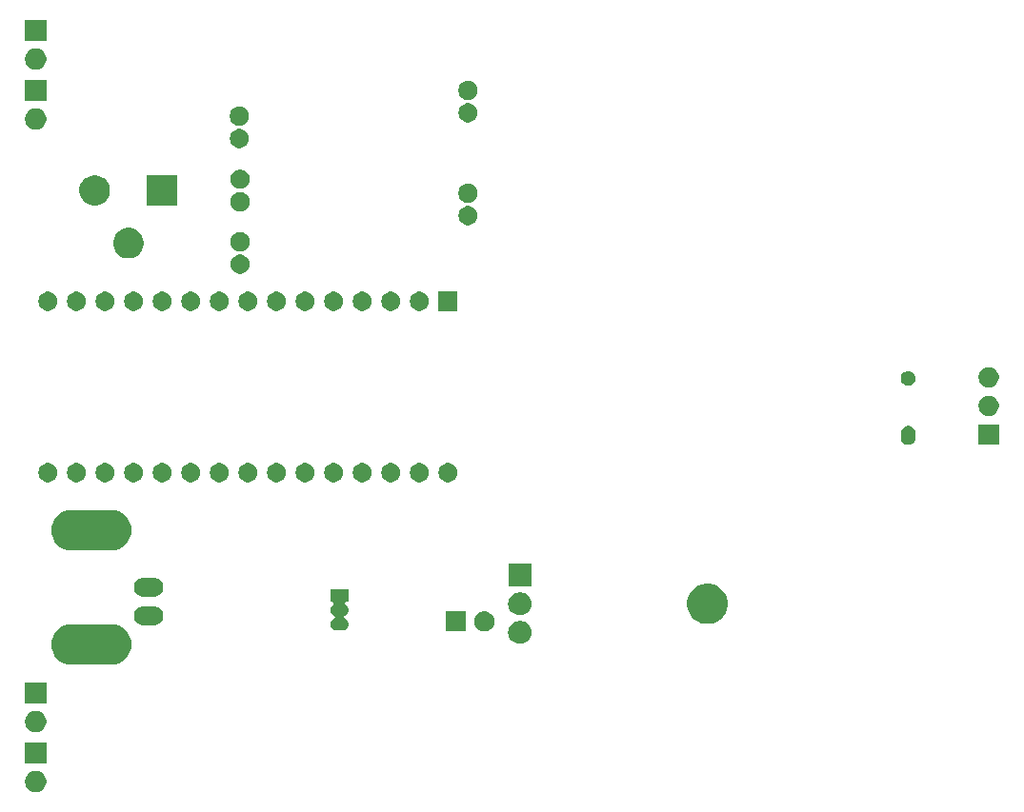
<source format=gbr>
G04 #@! TF.GenerationSoftware,KiCad,Pcbnew,(5.1.5)-3*
G04 #@! TF.CreationDate,2021-02-03T08:35:31+01:00*
G04 #@! TF.ProjectId,OpenSPAD,4f70656e-5350-4414-942e-6b696361645f,rev?*
G04 #@! TF.SameCoordinates,Original*
G04 #@! TF.FileFunction,Soldermask,Bot*
G04 #@! TF.FilePolarity,Negative*
%FSLAX46Y46*%
G04 Gerber Fmt 4.6, Leading zero omitted, Abs format (unit mm)*
G04 Created by KiCad (PCBNEW (5.1.5)-3) date 2021-02-03 08:35:31*
%MOMM*%
%LPD*%
G04 APERTURE LIST*
%ADD10C,0.100000*%
G04 APERTURE END LIST*
D10*
G36*
X107646395Y-141355546D02*
G01*
X107819466Y-141427234D01*
X107819467Y-141427235D01*
X107975227Y-141531310D01*
X108107690Y-141663773D01*
X108107691Y-141663775D01*
X108211766Y-141819534D01*
X108283454Y-141992605D01*
X108320000Y-142176333D01*
X108320000Y-142363667D01*
X108283454Y-142547395D01*
X108211766Y-142720466D01*
X108211765Y-142720467D01*
X108107690Y-142876227D01*
X107975227Y-143008690D01*
X107896818Y-143061081D01*
X107819466Y-143112766D01*
X107646395Y-143184454D01*
X107462667Y-143221000D01*
X107275333Y-143221000D01*
X107091605Y-143184454D01*
X106918534Y-143112766D01*
X106841182Y-143061081D01*
X106762773Y-143008690D01*
X106630310Y-142876227D01*
X106526235Y-142720467D01*
X106526234Y-142720466D01*
X106454546Y-142547395D01*
X106418000Y-142363667D01*
X106418000Y-142176333D01*
X106454546Y-141992605D01*
X106526234Y-141819534D01*
X106630309Y-141663775D01*
X106630310Y-141663773D01*
X106762773Y-141531310D01*
X106918533Y-141427235D01*
X106918534Y-141427234D01*
X107091605Y-141355546D01*
X107275333Y-141319000D01*
X107462667Y-141319000D01*
X107646395Y-141355546D01*
G37*
G36*
X108320000Y-140681000D02*
G01*
X106418000Y-140681000D01*
X106418000Y-138779000D01*
X108320000Y-138779000D01*
X108320000Y-140681000D01*
G37*
G36*
X107646395Y-136021546D02*
G01*
X107819466Y-136093234D01*
X107819467Y-136093235D01*
X107975227Y-136197310D01*
X108107690Y-136329773D01*
X108107691Y-136329775D01*
X108211766Y-136485534D01*
X108283454Y-136658605D01*
X108320000Y-136842333D01*
X108320000Y-137029667D01*
X108283454Y-137213395D01*
X108211766Y-137386466D01*
X108211765Y-137386467D01*
X108107690Y-137542227D01*
X107975227Y-137674690D01*
X107896818Y-137727081D01*
X107819466Y-137778766D01*
X107646395Y-137850454D01*
X107462667Y-137887000D01*
X107275333Y-137887000D01*
X107091605Y-137850454D01*
X106918534Y-137778766D01*
X106841182Y-137727081D01*
X106762773Y-137674690D01*
X106630310Y-137542227D01*
X106526235Y-137386467D01*
X106526234Y-137386466D01*
X106454546Y-137213395D01*
X106418000Y-137029667D01*
X106418000Y-136842333D01*
X106454546Y-136658605D01*
X106526234Y-136485534D01*
X106630309Y-136329775D01*
X106630310Y-136329773D01*
X106762773Y-136197310D01*
X106918533Y-136093235D01*
X106918534Y-136093234D01*
X107091605Y-136021546D01*
X107275333Y-135985000D01*
X107462667Y-135985000D01*
X107646395Y-136021546D01*
G37*
G36*
X108320000Y-135347000D02*
G01*
X106418000Y-135347000D01*
X106418000Y-133445000D01*
X108320000Y-133445000D01*
X108320000Y-135347000D01*
G37*
G36*
X114248669Y-128285686D02*
G01*
X114425058Y-128303059D01*
X114764548Y-128406042D01*
X114764550Y-128406043D01*
X115077422Y-128573277D01*
X115351661Y-128798339D01*
X115576723Y-129072578D01*
X115743957Y-129385450D01*
X115743958Y-129385452D01*
X115846941Y-129724942D01*
X115881714Y-130078000D01*
X115846941Y-130431058D01*
X115743958Y-130770548D01*
X115743957Y-130770550D01*
X115576723Y-131083422D01*
X115351661Y-131357661D01*
X115077422Y-131582723D01*
X114764550Y-131749957D01*
X114764548Y-131749958D01*
X114425058Y-131852941D01*
X114248669Y-131870314D01*
X114160476Y-131879000D01*
X110483524Y-131879000D01*
X110395331Y-131870314D01*
X110218942Y-131852941D01*
X109879452Y-131749958D01*
X109879450Y-131749957D01*
X109566578Y-131582723D01*
X109292339Y-131357661D01*
X109067277Y-131083422D01*
X108900043Y-130770550D01*
X108900042Y-130770548D01*
X108797059Y-130431058D01*
X108762286Y-130078000D01*
X108797059Y-129724942D01*
X108900042Y-129385452D01*
X108900043Y-129385450D01*
X109067277Y-129072578D01*
X109292339Y-128798339D01*
X109566578Y-128573277D01*
X109879450Y-128406043D01*
X109879452Y-128406042D01*
X110218942Y-128303059D01*
X110395331Y-128285686D01*
X110483524Y-128277000D01*
X114160476Y-128277000D01*
X114248669Y-128285686D01*
G37*
G36*
X150567936Y-128009340D02*
G01*
X150666220Y-128019020D01*
X150855381Y-128076401D01*
X151029712Y-128169583D01*
X151182515Y-128294985D01*
X151307917Y-128447788D01*
X151401099Y-128622119D01*
X151458480Y-128811280D01*
X151477855Y-129008000D01*
X151458480Y-129204720D01*
X151401099Y-129393881D01*
X151307917Y-129568212D01*
X151182515Y-129721015D01*
X151029712Y-129846417D01*
X150855381Y-129939599D01*
X150666220Y-129996980D01*
X150567936Y-130006660D01*
X150518795Y-130011500D01*
X150325205Y-130011500D01*
X150276064Y-130006660D01*
X150177780Y-129996980D01*
X149988619Y-129939599D01*
X149814288Y-129846417D01*
X149661485Y-129721015D01*
X149536083Y-129568212D01*
X149442901Y-129393881D01*
X149385520Y-129204720D01*
X149366145Y-129008000D01*
X149385520Y-128811280D01*
X149442901Y-128622119D01*
X149536083Y-128447788D01*
X149661485Y-128294985D01*
X149814288Y-128169583D01*
X149988619Y-128076401D01*
X150177780Y-128019020D01*
X150276064Y-128009340D01*
X150325205Y-128004500D01*
X150518795Y-128004500D01*
X150567936Y-128009340D01*
G37*
G36*
X145608000Y-128947000D02*
G01*
X143806000Y-128947000D01*
X143806000Y-127145000D01*
X145608000Y-127145000D01*
X145608000Y-128947000D01*
G37*
G36*
X147360512Y-127149927D02*
G01*
X147509812Y-127179624D01*
X147673784Y-127247544D01*
X147821354Y-127346147D01*
X147946853Y-127471646D01*
X148045456Y-127619216D01*
X148113376Y-127783188D01*
X148143073Y-127932488D01*
X148146247Y-127948443D01*
X148148000Y-127957259D01*
X148148000Y-128134741D01*
X148113376Y-128308812D01*
X148045456Y-128472784D01*
X147946853Y-128620354D01*
X147821354Y-128745853D01*
X147673784Y-128844456D01*
X147509812Y-128912376D01*
X147360512Y-128942073D01*
X147335742Y-128947000D01*
X147158258Y-128947000D01*
X147133488Y-128942073D01*
X146984188Y-128912376D01*
X146820216Y-128844456D01*
X146672646Y-128745853D01*
X146547147Y-128620354D01*
X146448544Y-128472784D01*
X146380624Y-128308812D01*
X146346000Y-128134741D01*
X146346000Y-127957259D01*
X146347754Y-127948443D01*
X146350927Y-127932488D01*
X146380624Y-127783188D01*
X146448544Y-127619216D01*
X146547147Y-127471646D01*
X146672646Y-127346147D01*
X146820216Y-127247544D01*
X146984188Y-127179624D01*
X147133488Y-127149927D01*
X147158258Y-127145000D01*
X147335742Y-127145000D01*
X147360512Y-127149927D01*
G37*
G36*
X135167000Y-126306000D02*
G01*
X135002660Y-126306000D01*
X134978274Y-126308402D01*
X134954825Y-126315515D01*
X134933214Y-126327066D01*
X134914272Y-126342611D01*
X134898727Y-126361553D01*
X134887176Y-126383164D01*
X134880063Y-126406613D01*
X134877661Y-126430999D01*
X134880063Y-126455385D01*
X134887176Y-126478834D01*
X134898727Y-126500445D01*
X134914272Y-126519387D01*
X134923345Y-126527609D01*
X135000264Y-126590736D01*
X135072244Y-126678443D01*
X135106429Y-126742399D01*
X135125728Y-126778505D01*
X135125729Y-126778508D01*
X135158666Y-126887084D01*
X135169787Y-127000000D01*
X135158666Y-127112916D01*
X135128985Y-127210758D01*
X135125728Y-127221495D01*
X135111804Y-127247544D01*
X135072244Y-127321557D01*
X135000264Y-127409264D01*
X134912557Y-127481244D01*
X134831141Y-127524761D01*
X134810766Y-127538375D01*
X134793439Y-127555702D01*
X134779826Y-127576076D01*
X134770448Y-127598715D01*
X134765668Y-127622748D01*
X134765668Y-127647252D01*
X134770448Y-127671285D01*
X134779826Y-127693924D01*
X134793440Y-127714299D01*
X134810767Y-127731626D01*
X134831141Y-127745239D01*
X134912557Y-127788756D01*
X135000264Y-127860736D01*
X135072244Y-127948443D01*
X135106429Y-128012399D01*
X135125728Y-128048505D01*
X135125729Y-128048508D01*
X135158666Y-128157084D01*
X135169787Y-128270000D01*
X135158666Y-128382916D01*
X135131404Y-128472784D01*
X135125728Y-128491495D01*
X135106429Y-128527601D01*
X135072244Y-128591557D01*
X135000264Y-128679264D01*
X134912557Y-128751244D01*
X134848601Y-128785429D01*
X134812495Y-128804728D01*
X134812492Y-128804729D01*
X134703916Y-128837666D01*
X134619298Y-128846000D01*
X134112702Y-128846000D01*
X134028084Y-128837666D01*
X133919508Y-128804729D01*
X133919505Y-128804728D01*
X133883399Y-128785429D01*
X133819443Y-128751244D01*
X133731736Y-128679264D01*
X133659756Y-128591557D01*
X133625571Y-128527601D01*
X133606272Y-128491495D01*
X133600596Y-128472784D01*
X133573334Y-128382916D01*
X133562213Y-128270000D01*
X133573334Y-128157084D01*
X133606271Y-128048508D01*
X133606272Y-128048505D01*
X133625571Y-128012399D01*
X133659756Y-127948443D01*
X133731736Y-127860736D01*
X133819443Y-127788756D01*
X133900859Y-127745239D01*
X133921234Y-127731625D01*
X133938561Y-127714298D01*
X133952174Y-127693924D01*
X133961552Y-127671285D01*
X133966332Y-127647252D01*
X133966332Y-127622748D01*
X133961552Y-127598715D01*
X133952174Y-127576076D01*
X133938560Y-127555701D01*
X133921233Y-127538374D01*
X133900859Y-127524761D01*
X133819443Y-127481244D01*
X133731736Y-127409264D01*
X133659756Y-127321557D01*
X133620196Y-127247544D01*
X133606272Y-127221495D01*
X133603015Y-127210758D01*
X133573334Y-127112916D01*
X133562213Y-127000000D01*
X133573334Y-126887084D01*
X133606271Y-126778508D01*
X133606272Y-126778505D01*
X133625571Y-126742399D01*
X133659756Y-126678443D01*
X133731736Y-126590736D01*
X133808646Y-126527617D01*
X133825965Y-126510298D01*
X133839579Y-126489923D01*
X133848957Y-126467284D01*
X133853737Y-126443251D01*
X133853737Y-126418747D01*
X133848957Y-126394714D01*
X133839579Y-126372075D01*
X133825966Y-126351701D01*
X133808639Y-126334374D01*
X133788264Y-126320760D01*
X133765625Y-126311382D01*
X133741592Y-126306602D01*
X133729340Y-126306000D01*
X133565000Y-126306000D01*
X133565000Y-125154000D01*
X135167000Y-125154000D01*
X135167000Y-126306000D01*
G37*
G36*
X118018823Y-126699313D02*
G01*
X118179242Y-126747976D01*
X118236363Y-126778508D01*
X118327078Y-126826996D01*
X118456659Y-126933341D01*
X118563004Y-127062922D01*
X118563005Y-127062924D01*
X118642024Y-127210758D01*
X118690687Y-127371177D01*
X118707117Y-127538000D01*
X118690687Y-127704823D01*
X118642024Y-127865242D01*
X118597552Y-127948443D01*
X118563004Y-128013078D01*
X118456659Y-128142659D01*
X118327078Y-128249004D01*
X118327076Y-128249005D01*
X118179242Y-128328024D01*
X118018823Y-128376687D01*
X117893804Y-128389000D01*
X116910196Y-128389000D01*
X116785177Y-128376687D01*
X116624758Y-128328024D01*
X116476924Y-128249005D01*
X116476922Y-128249004D01*
X116347341Y-128142659D01*
X116240996Y-128013078D01*
X116206448Y-127948443D01*
X116161976Y-127865242D01*
X116113313Y-127704823D01*
X116096883Y-127538000D01*
X116113313Y-127371177D01*
X116161976Y-127210758D01*
X116240995Y-127062924D01*
X116240996Y-127062922D01*
X116347341Y-126933341D01*
X116476922Y-126826996D01*
X116567637Y-126778508D01*
X116624758Y-126747976D01*
X116785177Y-126699313D01*
X116910196Y-126687000D01*
X117893804Y-126687000D01*
X118018823Y-126699313D01*
G37*
G36*
X167607331Y-124736211D02*
G01*
X167935092Y-124871974D01*
X168230070Y-125069072D01*
X168480928Y-125319930D01*
X168678026Y-125614908D01*
X168813789Y-125942669D01*
X168883000Y-126290616D01*
X168883000Y-126645384D01*
X168813789Y-126993331D01*
X168678026Y-127321092D01*
X168480928Y-127616070D01*
X168230070Y-127866928D01*
X167935092Y-128064026D01*
X167607331Y-128199789D01*
X167259384Y-128269000D01*
X166904616Y-128269000D01*
X166556669Y-128199789D01*
X166228908Y-128064026D01*
X165933930Y-127866928D01*
X165683072Y-127616070D01*
X165485974Y-127321092D01*
X165350211Y-126993331D01*
X165281000Y-126645384D01*
X165281000Y-126290616D01*
X165350211Y-125942669D01*
X165485974Y-125614908D01*
X165683072Y-125319930D01*
X165933930Y-125069072D01*
X166228908Y-124871974D01*
X166556669Y-124736211D01*
X166904616Y-124667000D01*
X167259384Y-124667000D01*
X167607331Y-124736211D01*
G37*
G36*
X150567936Y-125469340D02*
G01*
X150666220Y-125479020D01*
X150855381Y-125536401D01*
X151029712Y-125629583D01*
X151182515Y-125754985D01*
X151307917Y-125907788D01*
X151401099Y-126082119D01*
X151458480Y-126271280D01*
X151477855Y-126468000D01*
X151458480Y-126664720D01*
X151401099Y-126853881D01*
X151307917Y-127028212D01*
X151182515Y-127181015D01*
X151029712Y-127306417D01*
X150855381Y-127399599D01*
X150666220Y-127456980D01*
X150567936Y-127466660D01*
X150518795Y-127471500D01*
X150325205Y-127471500D01*
X150276064Y-127466660D01*
X150177780Y-127456980D01*
X149988619Y-127399599D01*
X149814288Y-127306417D01*
X149661485Y-127181015D01*
X149536083Y-127028212D01*
X149442901Y-126853881D01*
X149385520Y-126664720D01*
X149366145Y-126468000D01*
X149385520Y-126271280D01*
X149442901Y-126082119D01*
X149536083Y-125907788D01*
X149661485Y-125754985D01*
X149814288Y-125629583D01*
X149988619Y-125536401D01*
X150177780Y-125479020D01*
X150276064Y-125469340D01*
X150325205Y-125464500D01*
X150518795Y-125464500D01*
X150567936Y-125469340D01*
G37*
G36*
X118018823Y-124159313D02*
G01*
X118179242Y-124207976D01*
X118311906Y-124278886D01*
X118327078Y-124286996D01*
X118456659Y-124393341D01*
X118563004Y-124522922D01*
X118563005Y-124522924D01*
X118642024Y-124670758D01*
X118690687Y-124831177D01*
X118707117Y-124998000D01*
X118690687Y-125164823D01*
X118642024Y-125325242D01*
X118571114Y-125457906D01*
X118563004Y-125473078D01*
X118456659Y-125602659D01*
X118327078Y-125709004D01*
X118327076Y-125709005D01*
X118179242Y-125788024D01*
X118018823Y-125836687D01*
X117893804Y-125849000D01*
X116910196Y-125849000D01*
X116785177Y-125836687D01*
X116624758Y-125788024D01*
X116476924Y-125709005D01*
X116476922Y-125709004D01*
X116347341Y-125602659D01*
X116240996Y-125473078D01*
X116232886Y-125457906D01*
X116161976Y-125325242D01*
X116113313Y-125164823D01*
X116096883Y-124998000D01*
X116113313Y-124831177D01*
X116161976Y-124670758D01*
X116240995Y-124522924D01*
X116240996Y-124522922D01*
X116347341Y-124393341D01*
X116476922Y-124286996D01*
X116492094Y-124278886D01*
X116624758Y-124207976D01*
X116785177Y-124159313D01*
X116910196Y-124147000D01*
X117893804Y-124147000D01*
X118018823Y-124159313D01*
G37*
G36*
X151473000Y-124931500D02*
G01*
X149371000Y-124931500D01*
X149371000Y-122924500D01*
X151473000Y-122924500D01*
X151473000Y-124931500D01*
G37*
G36*
X114248669Y-118125686D02*
G01*
X114425058Y-118143059D01*
X114764548Y-118246042D01*
X114764550Y-118246043D01*
X115077422Y-118413277D01*
X115077424Y-118413278D01*
X115077423Y-118413278D01*
X115351661Y-118638339D01*
X115576722Y-118912577D01*
X115743958Y-119225452D01*
X115846941Y-119564942D01*
X115881714Y-119918000D01*
X115846941Y-120271058D01*
X115743958Y-120610548D01*
X115743957Y-120610550D01*
X115576723Y-120923422D01*
X115351661Y-121197661D01*
X115077422Y-121422723D01*
X114764550Y-121589957D01*
X114764548Y-121589958D01*
X114425058Y-121692941D01*
X114248669Y-121710314D01*
X114160476Y-121719000D01*
X110483524Y-121719000D01*
X110395331Y-121710314D01*
X110218942Y-121692941D01*
X109879452Y-121589958D01*
X109879450Y-121589957D01*
X109566578Y-121422723D01*
X109292339Y-121197661D01*
X109067277Y-120923422D01*
X108900043Y-120610550D01*
X108900042Y-120610548D01*
X108797059Y-120271058D01*
X108762286Y-119918000D01*
X108797059Y-119564942D01*
X108900042Y-119225452D01*
X109067278Y-118912577D01*
X109292339Y-118638339D01*
X109566577Y-118413278D01*
X109566576Y-118413278D01*
X109566578Y-118413277D01*
X109879450Y-118246043D01*
X109879452Y-118246042D01*
X110218942Y-118143059D01*
X110395331Y-118125686D01*
X110483524Y-118117000D01*
X114160476Y-118117000D01*
X114248669Y-118125686D01*
G37*
G36*
X111246228Y-113989703D02*
G01*
X111401100Y-114053853D01*
X111540481Y-114146985D01*
X111659015Y-114265519D01*
X111752147Y-114404900D01*
X111816297Y-114559772D01*
X111849000Y-114724184D01*
X111849000Y-114891816D01*
X111816297Y-115056228D01*
X111752147Y-115211100D01*
X111659015Y-115350481D01*
X111540481Y-115469015D01*
X111401100Y-115562147D01*
X111246228Y-115626297D01*
X111081816Y-115659000D01*
X110914184Y-115659000D01*
X110749772Y-115626297D01*
X110594900Y-115562147D01*
X110455519Y-115469015D01*
X110336985Y-115350481D01*
X110243853Y-115211100D01*
X110179703Y-115056228D01*
X110147000Y-114891816D01*
X110147000Y-114724184D01*
X110179703Y-114559772D01*
X110243853Y-114404900D01*
X110336985Y-114265519D01*
X110455519Y-114146985D01*
X110594900Y-114053853D01*
X110749772Y-113989703D01*
X110914184Y-113957000D01*
X111081816Y-113957000D01*
X111246228Y-113989703D01*
G37*
G36*
X113786228Y-113989703D02*
G01*
X113941100Y-114053853D01*
X114080481Y-114146985D01*
X114199015Y-114265519D01*
X114292147Y-114404900D01*
X114356297Y-114559772D01*
X114389000Y-114724184D01*
X114389000Y-114891816D01*
X114356297Y-115056228D01*
X114292147Y-115211100D01*
X114199015Y-115350481D01*
X114080481Y-115469015D01*
X113941100Y-115562147D01*
X113786228Y-115626297D01*
X113621816Y-115659000D01*
X113454184Y-115659000D01*
X113289772Y-115626297D01*
X113134900Y-115562147D01*
X112995519Y-115469015D01*
X112876985Y-115350481D01*
X112783853Y-115211100D01*
X112719703Y-115056228D01*
X112687000Y-114891816D01*
X112687000Y-114724184D01*
X112719703Y-114559772D01*
X112783853Y-114404900D01*
X112876985Y-114265519D01*
X112995519Y-114146985D01*
X113134900Y-114053853D01*
X113289772Y-113989703D01*
X113454184Y-113957000D01*
X113621816Y-113957000D01*
X113786228Y-113989703D01*
G37*
G36*
X118866228Y-113989703D02*
G01*
X119021100Y-114053853D01*
X119160481Y-114146985D01*
X119279015Y-114265519D01*
X119372147Y-114404900D01*
X119436297Y-114559772D01*
X119469000Y-114724184D01*
X119469000Y-114891816D01*
X119436297Y-115056228D01*
X119372147Y-115211100D01*
X119279015Y-115350481D01*
X119160481Y-115469015D01*
X119021100Y-115562147D01*
X118866228Y-115626297D01*
X118701816Y-115659000D01*
X118534184Y-115659000D01*
X118369772Y-115626297D01*
X118214900Y-115562147D01*
X118075519Y-115469015D01*
X117956985Y-115350481D01*
X117863853Y-115211100D01*
X117799703Y-115056228D01*
X117767000Y-114891816D01*
X117767000Y-114724184D01*
X117799703Y-114559772D01*
X117863853Y-114404900D01*
X117956985Y-114265519D01*
X118075519Y-114146985D01*
X118214900Y-114053853D01*
X118369772Y-113989703D01*
X118534184Y-113957000D01*
X118701816Y-113957000D01*
X118866228Y-113989703D01*
G37*
G36*
X141726228Y-113989703D02*
G01*
X141881100Y-114053853D01*
X142020481Y-114146985D01*
X142139015Y-114265519D01*
X142232147Y-114404900D01*
X142296297Y-114559772D01*
X142329000Y-114724184D01*
X142329000Y-114891816D01*
X142296297Y-115056228D01*
X142232147Y-115211100D01*
X142139015Y-115350481D01*
X142020481Y-115469015D01*
X141881100Y-115562147D01*
X141726228Y-115626297D01*
X141561816Y-115659000D01*
X141394184Y-115659000D01*
X141229772Y-115626297D01*
X141074900Y-115562147D01*
X140935519Y-115469015D01*
X140816985Y-115350481D01*
X140723853Y-115211100D01*
X140659703Y-115056228D01*
X140627000Y-114891816D01*
X140627000Y-114724184D01*
X140659703Y-114559772D01*
X140723853Y-114404900D01*
X140816985Y-114265519D01*
X140935519Y-114146985D01*
X141074900Y-114053853D01*
X141229772Y-113989703D01*
X141394184Y-113957000D01*
X141561816Y-113957000D01*
X141726228Y-113989703D01*
G37*
G36*
X121406228Y-113989703D02*
G01*
X121561100Y-114053853D01*
X121700481Y-114146985D01*
X121819015Y-114265519D01*
X121912147Y-114404900D01*
X121976297Y-114559772D01*
X122009000Y-114724184D01*
X122009000Y-114891816D01*
X121976297Y-115056228D01*
X121912147Y-115211100D01*
X121819015Y-115350481D01*
X121700481Y-115469015D01*
X121561100Y-115562147D01*
X121406228Y-115626297D01*
X121241816Y-115659000D01*
X121074184Y-115659000D01*
X120909772Y-115626297D01*
X120754900Y-115562147D01*
X120615519Y-115469015D01*
X120496985Y-115350481D01*
X120403853Y-115211100D01*
X120339703Y-115056228D01*
X120307000Y-114891816D01*
X120307000Y-114724184D01*
X120339703Y-114559772D01*
X120403853Y-114404900D01*
X120496985Y-114265519D01*
X120615519Y-114146985D01*
X120754900Y-114053853D01*
X120909772Y-113989703D01*
X121074184Y-113957000D01*
X121241816Y-113957000D01*
X121406228Y-113989703D01*
G37*
G36*
X123946228Y-113989703D02*
G01*
X124101100Y-114053853D01*
X124240481Y-114146985D01*
X124359015Y-114265519D01*
X124452147Y-114404900D01*
X124516297Y-114559772D01*
X124549000Y-114724184D01*
X124549000Y-114891816D01*
X124516297Y-115056228D01*
X124452147Y-115211100D01*
X124359015Y-115350481D01*
X124240481Y-115469015D01*
X124101100Y-115562147D01*
X123946228Y-115626297D01*
X123781816Y-115659000D01*
X123614184Y-115659000D01*
X123449772Y-115626297D01*
X123294900Y-115562147D01*
X123155519Y-115469015D01*
X123036985Y-115350481D01*
X122943853Y-115211100D01*
X122879703Y-115056228D01*
X122847000Y-114891816D01*
X122847000Y-114724184D01*
X122879703Y-114559772D01*
X122943853Y-114404900D01*
X123036985Y-114265519D01*
X123155519Y-114146985D01*
X123294900Y-114053853D01*
X123449772Y-113989703D01*
X123614184Y-113957000D01*
X123781816Y-113957000D01*
X123946228Y-113989703D01*
G37*
G36*
X126486228Y-113989703D02*
G01*
X126641100Y-114053853D01*
X126780481Y-114146985D01*
X126899015Y-114265519D01*
X126992147Y-114404900D01*
X127056297Y-114559772D01*
X127089000Y-114724184D01*
X127089000Y-114891816D01*
X127056297Y-115056228D01*
X126992147Y-115211100D01*
X126899015Y-115350481D01*
X126780481Y-115469015D01*
X126641100Y-115562147D01*
X126486228Y-115626297D01*
X126321816Y-115659000D01*
X126154184Y-115659000D01*
X125989772Y-115626297D01*
X125834900Y-115562147D01*
X125695519Y-115469015D01*
X125576985Y-115350481D01*
X125483853Y-115211100D01*
X125419703Y-115056228D01*
X125387000Y-114891816D01*
X125387000Y-114724184D01*
X125419703Y-114559772D01*
X125483853Y-114404900D01*
X125576985Y-114265519D01*
X125695519Y-114146985D01*
X125834900Y-114053853D01*
X125989772Y-113989703D01*
X126154184Y-113957000D01*
X126321816Y-113957000D01*
X126486228Y-113989703D01*
G37*
G36*
X131566228Y-113989703D02*
G01*
X131721100Y-114053853D01*
X131860481Y-114146985D01*
X131979015Y-114265519D01*
X132072147Y-114404900D01*
X132136297Y-114559772D01*
X132169000Y-114724184D01*
X132169000Y-114891816D01*
X132136297Y-115056228D01*
X132072147Y-115211100D01*
X131979015Y-115350481D01*
X131860481Y-115469015D01*
X131721100Y-115562147D01*
X131566228Y-115626297D01*
X131401816Y-115659000D01*
X131234184Y-115659000D01*
X131069772Y-115626297D01*
X130914900Y-115562147D01*
X130775519Y-115469015D01*
X130656985Y-115350481D01*
X130563853Y-115211100D01*
X130499703Y-115056228D01*
X130467000Y-114891816D01*
X130467000Y-114724184D01*
X130499703Y-114559772D01*
X130563853Y-114404900D01*
X130656985Y-114265519D01*
X130775519Y-114146985D01*
X130914900Y-114053853D01*
X131069772Y-113989703D01*
X131234184Y-113957000D01*
X131401816Y-113957000D01*
X131566228Y-113989703D01*
G37*
G36*
X129026228Y-113989703D02*
G01*
X129181100Y-114053853D01*
X129320481Y-114146985D01*
X129439015Y-114265519D01*
X129532147Y-114404900D01*
X129596297Y-114559772D01*
X129629000Y-114724184D01*
X129629000Y-114891816D01*
X129596297Y-115056228D01*
X129532147Y-115211100D01*
X129439015Y-115350481D01*
X129320481Y-115469015D01*
X129181100Y-115562147D01*
X129026228Y-115626297D01*
X128861816Y-115659000D01*
X128694184Y-115659000D01*
X128529772Y-115626297D01*
X128374900Y-115562147D01*
X128235519Y-115469015D01*
X128116985Y-115350481D01*
X128023853Y-115211100D01*
X127959703Y-115056228D01*
X127927000Y-114891816D01*
X127927000Y-114724184D01*
X127959703Y-114559772D01*
X128023853Y-114404900D01*
X128116985Y-114265519D01*
X128235519Y-114146985D01*
X128374900Y-114053853D01*
X128529772Y-113989703D01*
X128694184Y-113957000D01*
X128861816Y-113957000D01*
X129026228Y-113989703D01*
G37*
G36*
X134106228Y-113989703D02*
G01*
X134261100Y-114053853D01*
X134400481Y-114146985D01*
X134519015Y-114265519D01*
X134612147Y-114404900D01*
X134676297Y-114559772D01*
X134709000Y-114724184D01*
X134709000Y-114891816D01*
X134676297Y-115056228D01*
X134612147Y-115211100D01*
X134519015Y-115350481D01*
X134400481Y-115469015D01*
X134261100Y-115562147D01*
X134106228Y-115626297D01*
X133941816Y-115659000D01*
X133774184Y-115659000D01*
X133609772Y-115626297D01*
X133454900Y-115562147D01*
X133315519Y-115469015D01*
X133196985Y-115350481D01*
X133103853Y-115211100D01*
X133039703Y-115056228D01*
X133007000Y-114891816D01*
X133007000Y-114724184D01*
X133039703Y-114559772D01*
X133103853Y-114404900D01*
X133196985Y-114265519D01*
X133315519Y-114146985D01*
X133454900Y-114053853D01*
X133609772Y-113989703D01*
X133774184Y-113957000D01*
X133941816Y-113957000D01*
X134106228Y-113989703D01*
G37*
G36*
X136646228Y-113989703D02*
G01*
X136801100Y-114053853D01*
X136940481Y-114146985D01*
X137059015Y-114265519D01*
X137152147Y-114404900D01*
X137216297Y-114559772D01*
X137249000Y-114724184D01*
X137249000Y-114891816D01*
X137216297Y-115056228D01*
X137152147Y-115211100D01*
X137059015Y-115350481D01*
X136940481Y-115469015D01*
X136801100Y-115562147D01*
X136646228Y-115626297D01*
X136481816Y-115659000D01*
X136314184Y-115659000D01*
X136149772Y-115626297D01*
X135994900Y-115562147D01*
X135855519Y-115469015D01*
X135736985Y-115350481D01*
X135643853Y-115211100D01*
X135579703Y-115056228D01*
X135547000Y-114891816D01*
X135547000Y-114724184D01*
X135579703Y-114559772D01*
X135643853Y-114404900D01*
X135736985Y-114265519D01*
X135855519Y-114146985D01*
X135994900Y-114053853D01*
X136149772Y-113989703D01*
X136314184Y-113957000D01*
X136481816Y-113957000D01*
X136646228Y-113989703D01*
G37*
G36*
X139186228Y-113989703D02*
G01*
X139341100Y-114053853D01*
X139480481Y-114146985D01*
X139599015Y-114265519D01*
X139692147Y-114404900D01*
X139756297Y-114559772D01*
X139789000Y-114724184D01*
X139789000Y-114891816D01*
X139756297Y-115056228D01*
X139692147Y-115211100D01*
X139599015Y-115350481D01*
X139480481Y-115469015D01*
X139341100Y-115562147D01*
X139186228Y-115626297D01*
X139021816Y-115659000D01*
X138854184Y-115659000D01*
X138689772Y-115626297D01*
X138534900Y-115562147D01*
X138395519Y-115469015D01*
X138276985Y-115350481D01*
X138183853Y-115211100D01*
X138119703Y-115056228D01*
X138087000Y-114891816D01*
X138087000Y-114724184D01*
X138119703Y-114559772D01*
X138183853Y-114404900D01*
X138276985Y-114265519D01*
X138395519Y-114146985D01*
X138534900Y-114053853D01*
X138689772Y-113989703D01*
X138854184Y-113957000D01*
X139021816Y-113957000D01*
X139186228Y-113989703D01*
G37*
G36*
X144266228Y-113989703D02*
G01*
X144421100Y-114053853D01*
X144560481Y-114146985D01*
X144679015Y-114265519D01*
X144772147Y-114404900D01*
X144836297Y-114559772D01*
X144869000Y-114724184D01*
X144869000Y-114891816D01*
X144836297Y-115056228D01*
X144772147Y-115211100D01*
X144679015Y-115350481D01*
X144560481Y-115469015D01*
X144421100Y-115562147D01*
X144266228Y-115626297D01*
X144101816Y-115659000D01*
X143934184Y-115659000D01*
X143769772Y-115626297D01*
X143614900Y-115562147D01*
X143475519Y-115469015D01*
X143356985Y-115350481D01*
X143263853Y-115211100D01*
X143199703Y-115056228D01*
X143167000Y-114891816D01*
X143167000Y-114724184D01*
X143199703Y-114559772D01*
X143263853Y-114404900D01*
X143356985Y-114265519D01*
X143475519Y-114146985D01*
X143614900Y-114053853D01*
X143769772Y-113989703D01*
X143934184Y-113957000D01*
X144101816Y-113957000D01*
X144266228Y-113989703D01*
G37*
G36*
X116326228Y-113989703D02*
G01*
X116481100Y-114053853D01*
X116620481Y-114146985D01*
X116739015Y-114265519D01*
X116832147Y-114404900D01*
X116896297Y-114559772D01*
X116929000Y-114724184D01*
X116929000Y-114891816D01*
X116896297Y-115056228D01*
X116832147Y-115211100D01*
X116739015Y-115350481D01*
X116620481Y-115469015D01*
X116481100Y-115562147D01*
X116326228Y-115626297D01*
X116161816Y-115659000D01*
X115994184Y-115659000D01*
X115829772Y-115626297D01*
X115674900Y-115562147D01*
X115535519Y-115469015D01*
X115416985Y-115350481D01*
X115323853Y-115211100D01*
X115259703Y-115056228D01*
X115227000Y-114891816D01*
X115227000Y-114724184D01*
X115259703Y-114559772D01*
X115323853Y-114404900D01*
X115416985Y-114265519D01*
X115535519Y-114146985D01*
X115674900Y-114053853D01*
X115829772Y-113989703D01*
X115994184Y-113957000D01*
X116161816Y-113957000D01*
X116326228Y-113989703D01*
G37*
G36*
X108706228Y-113989703D02*
G01*
X108861100Y-114053853D01*
X109000481Y-114146985D01*
X109119015Y-114265519D01*
X109212147Y-114404900D01*
X109276297Y-114559772D01*
X109309000Y-114724184D01*
X109309000Y-114891816D01*
X109276297Y-115056228D01*
X109212147Y-115211100D01*
X109119015Y-115350481D01*
X109000481Y-115469015D01*
X108861100Y-115562147D01*
X108706228Y-115626297D01*
X108541816Y-115659000D01*
X108374184Y-115659000D01*
X108209772Y-115626297D01*
X108054900Y-115562147D01*
X107915519Y-115469015D01*
X107796985Y-115350481D01*
X107703853Y-115211100D01*
X107639703Y-115056228D01*
X107607000Y-114891816D01*
X107607000Y-114724184D01*
X107639703Y-114559772D01*
X107703853Y-114404900D01*
X107796985Y-114265519D01*
X107915519Y-114146985D01*
X108054900Y-114053853D01*
X108209772Y-113989703D01*
X108374184Y-113957000D01*
X108541816Y-113957000D01*
X108706228Y-113989703D01*
G37*
G36*
X185041617Y-110651420D02*
G01*
X185132403Y-110678960D01*
X185164335Y-110688646D01*
X185277424Y-110749094D01*
X185376554Y-110830447D01*
X185457906Y-110929575D01*
X185518354Y-111042664D01*
X185528040Y-111074596D01*
X185555580Y-111165382D01*
X185565000Y-111261027D01*
X185565000Y-111724972D01*
X185555580Y-111820618D01*
X185528040Y-111911404D01*
X185518354Y-111943336D01*
X185457906Y-112056425D01*
X185376554Y-112155554D01*
X185277425Y-112236906D01*
X185164336Y-112297354D01*
X185132404Y-112307040D01*
X185041618Y-112334580D01*
X184914000Y-112347149D01*
X184786383Y-112334580D01*
X184695597Y-112307040D01*
X184663665Y-112297354D01*
X184550576Y-112236906D01*
X184451447Y-112155553D01*
X184370094Y-112056425D01*
X184309646Y-111943336D01*
X184299960Y-111911404D01*
X184272420Y-111820618D01*
X184263000Y-111724973D01*
X184263000Y-111261028D01*
X184272420Y-111165383D01*
X184309645Y-111042669D01*
X184309646Y-111042665D01*
X184370094Y-110929576D01*
X184451447Y-110830446D01*
X184550575Y-110749094D01*
X184663664Y-110688646D01*
X184695596Y-110678960D01*
X184786382Y-110651420D01*
X184914000Y-110638851D01*
X185041617Y-110651420D01*
G37*
G36*
X192979000Y-112310000D02*
G01*
X191177000Y-112310000D01*
X191177000Y-110508000D01*
X192979000Y-110508000D01*
X192979000Y-112310000D01*
G37*
G36*
X192191512Y-107972927D02*
G01*
X192340812Y-108002624D01*
X192504784Y-108070544D01*
X192652354Y-108169147D01*
X192777853Y-108294646D01*
X192876456Y-108442216D01*
X192944376Y-108606188D01*
X192979000Y-108780259D01*
X192979000Y-108957741D01*
X192944376Y-109131812D01*
X192876456Y-109295784D01*
X192777853Y-109443354D01*
X192652354Y-109568853D01*
X192504784Y-109667456D01*
X192340812Y-109735376D01*
X192191512Y-109765073D01*
X192166742Y-109770000D01*
X191989258Y-109770000D01*
X191964488Y-109765073D01*
X191815188Y-109735376D01*
X191651216Y-109667456D01*
X191503646Y-109568853D01*
X191378147Y-109443354D01*
X191279544Y-109295784D01*
X191211624Y-109131812D01*
X191177000Y-108957741D01*
X191177000Y-108780259D01*
X191211624Y-108606188D01*
X191279544Y-108442216D01*
X191378147Y-108294646D01*
X191503646Y-108169147D01*
X191651216Y-108070544D01*
X191815188Y-108002624D01*
X191964488Y-107972927D01*
X191989258Y-107968000D01*
X192166742Y-107968000D01*
X192191512Y-107972927D01*
G37*
G36*
X192191512Y-105432927D02*
G01*
X192340812Y-105462624D01*
X192504784Y-105530544D01*
X192652354Y-105629147D01*
X192777853Y-105754646D01*
X192876456Y-105902216D01*
X192944376Y-106066188D01*
X192979000Y-106240259D01*
X192979000Y-106417741D01*
X192944376Y-106591812D01*
X192876456Y-106755784D01*
X192777853Y-106903354D01*
X192652354Y-107028853D01*
X192504784Y-107127456D01*
X192340812Y-107195376D01*
X192191512Y-107225073D01*
X192166742Y-107230000D01*
X191989258Y-107230000D01*
X191964488Y-107225073D01*
X191815188Y-107195376D01*
X191651216Y-107127456D01*
X191503646Y-107028853D01*
X191378147Y-106903354D01*
X191279544Y-106755784D01*
X191211624Y-106591812D01*
X191177000Y-106417741D01*
X191177000Y-106240259D01*
X191211624Y-106066188D01*
X191279544Y-105902216D01*
X191378147Y-105754646D01*
X191503646Y-105629147D01*
X191651216Y-105530544D01*
X191815188Y-105462624D01*
X191964488Y-105432927D01*
X191989258Y-105428000D01*
X192166742Y-105428000D01*
X192191512Y-105432927D01*
G37*
G36*
X185103890Y-105787017D02*
G01*
X185222364Y-105836091D01*
X185321327Y-105902216D01*
X185328988Y-105907335D01*
X185419665Y-105998012D01*
X185490910Y-106104638D01*
X185539983Y-106223110D01*
X185565000Y-106348881D01*
X185565000Y-106477119D01*
X185539983Y-106602890D01*
X185490909Y-106721364D01*
X185419665Y-106827988D01*
X185328988Y-106918665D01*
X185222364Y-106989909D01*
X185222363Y-106989910D01*
X185222362Y-106989910D01*
X185103890Y-107038983D01*
X184978119Y-107064000D01*
X184849881Y-107064000D01*
X184724110Y-107038983D01*
X184605638Y-106989910D01*
X184605637Y-106989910D01*
X184605636Y-106989909D01*
X184499012Y-106918665D01*
X184408335Y-106827988D01*
X184337091Y-106721364D01*
X184288017Y-106602890D01*
X184263000Y-106477119D01*
X184263000Y-106348881D01*
X184288017Y-106223110D01*
X184337090Y-106104638D01*
X184408335Y-105998012D01*
X184499012Y-105907335D01*
X184506673Y-105902216D01*
X184605636Y-105836091D01*
X184724110Y-105787017D01*
X184849881Y-105762000D01*
X184978119Y-105762000D01*
X185103890Y-105787017D01*
G37*
G36*
X129026228Y-98749703D02*
G01*
X129181100Y-98813853D01*
X129320481Y-98906985D01*
X129439015Y-99025519D01*
X129532147Y-99164900D01*
X129596297Y-99319772D01*
X129629000Y-99484184D01*
X129629000Y-99651816D01*
X129596297Y-99816228D01*
X129532147Y-99971100D01*
X129439015Y-100110481D01*
X129320481Y-100229015D01*
X129181100Y-100322147D01*
X129026228Y-100386297D01*
X128861816Y-100419000D01*
X128694184Y-100419000D01*
X128529772Y-100386297D01*
X128374900Y-100322147D01*
X128235519Y-100229015D01*
X128116985Y-100110481D01*
X128023853Y-99971100D01*
X127959703Y-99816228D01*
X127927000Y-99651816D01*
X127927000Y-99484184D01*
X127959703Y-99319772D01*
X128023853Y-99164900D01*
X128116985Y-99025519D01*
X128235519Y-98906985D01*
X128374900Y-98813853D01*
X128529772Y-98749703D01*
X128694184Y-98717000D01*
X128861816Y-98717000D01*
X129026228Y-98749703D01*
G37*
G36*
X108706228Y-98749703D02*
G01*
X108861100Y-98813853D01*
X109000481Y-98906985D01*
X109119015Y-99025519D01*
X109212147Y-99164900D01*
X109276297Y-99319772D01*
X109309000Y-99484184D01*
X109309000Y-99651816D01*
X109276297Y-99816228D01*
X109212147Y-99971100D01*
X109119015Y-100110481D01*
X109000481Y-100229015D01*
X108861100Y-100322147D01*
X108706228Y-100386297D01*
X108541816Y-100419000D01*
X108374184Y-100419000D01*
X108209772Y-100386297D01*
X108054900Y-100322147D01*
X107915519Y-100229015D01*
X107796985Y-100110481D01*
X107703853Y-99971100D01*
X107639703Y-99816228D01*
X107607000Y-99651816D01*
X107607000Y-99484184D01*
X107639703Y-99319772D01*
X107703853Y-99164900D01*
X107796985Y-99025519D01*
X107915519Y-98906985D01*
X108054900Y-98813853D01*
X108209772Y-98749703D01*
X108374184Y-98717000D01*
X108541816Y-98717000D01*
X108706228Y-98749703D01*
G37*
G36*
X144869000Y-100419000D02*
G01*
X143167000Y-100419000D01*
X143167000Y-98717000D01*
X144869000Y-98717000D01*
X144869000Y-100419000D01*
G37*
G36*
X141726228Y-98749703D02*
G01*
X141881100Y-98813853D01*
X142020481Y-98906985D01*
X142139015Y-99025519D01*
X142232147Y-99164900D01*
X142296297Y-99319772D01*
X142329000Y-99484184D01*
X142329000Y-99651816D01*
X142296297Y-99816228D01*
X142232147Y-99971100D01*
X142139015Y-100110481D01*
X142020481Y-100229015D01*
X141881100Y-100322147D01*
X141726228Y-100386297D01*
X141561816Y-100419000D01*
X141394184Y-100419000D01*
X141229772Y-100386297D01*
X141074900Y-100322147D01*
X140935519Y-100229015D01*
X140816985Y-100110481D01*
X140723853Y-99971100D01*
X140659703Y-99816228D01*
X140627000Y-99651816D01*
X140627000Y-99484184D01*
X140659703Y-99319772D01*
X140723853Y-99164900D01*
X140816985Y-99025519D01*
X140935519Y-98906985D01*
X141074900Y-98813853D01*
X141229772Y-98749703D01*
X141394184Y-98717000D01*
X141561816Y-98717000D01*
X141726228Y-98749703D01*
G37*
G36*
X139186228Y-98749703D02*
G01*
X139341100Y-98813853D01*
X139480481Y-98906985D01*
X139599015Y-99025519D01*
X139692147Y-99164900D01*
X139756297Y-99319772D01*
X139789000Y-99484184D01*
X139789000Y-99651816D01*
X139756297Y-99816228D01*
X139692147Y-99971100D01*
X139599015Y-100110481D01*
X139480481Y-100229015D01*
X139341100Y-100322147D01*
X139186228Y-100386297D01*
X139021816Y-100419000D01*
X138854184Y-100419000D01*
X138689772Y-100386297D01*
X138534900Y-100322147D01*
X138395519Y-100229015D01*
X138276985Y-100110481D01*
X138183853Y-99971100D01*
X138119703Y-99816228D01*
X138087000Y-99651816D01*
X138087000Y-99484184D01*
X138119703Y-99319772D01*
X138183853Y-99164900D01*
X138276985Y-99025519D01*
X138395519Y-98906985D01*
X138534900Y-98813853D01*
X138689772Y-98749703D01*
X138854184Y-98717000D01*
X139021816Y-98717000D01*
X139186228Y-98749703D01*
G37*
G36*
X126486228Y-98749703D02*
G01*
X126641100Y-98813853D01*
X126780481Y-98906985D01*
X126899015Y-99025519D01*
X126992147Y-99164900D01*
X127056297Y-99319772D01*
X127089000Y-99484184D01*
X127089000Y-99651816D01*
X127056297Y-99816228D01*
X126992147Y-99971100D01*
X126899015Y-100110481D01*
X126780481Y-100229015D01*
X126641100Y-100322147D01*
X126486228Y-100386297D01*
X126321816Y-100419000D01*
X126154184Y-100419000D01*
X125989772Y-100386297D01*
X125834900Y-100322147D01*
X125695519Y-100229015D01*
X125576985Y-100110481D01*
X125483853Y-99971100D01*
X125419703Y-99816228D01*
X125387000Y-99651816D01*
X125387000Y-99484184D01*
X125419703Y-99319772D01*
X125483853Y-99164900D01*
X125576985Y-99025519D01*
X125695519Y-98906985D01*
X125834900Y-98813853D01*
X125989772Y-98749703D01*
X126154184Y-98717000D01*
X126321816Y-98717000D01*
X126486228Y-98749703D01*
G37*
G36*
X113786228Y-98749703D02*
G01*
X113941100Y-98813853D01*
X114080481Y-98906985D01*
X114199015Y-99025519D01*
X114292147Y-99164900D01*
X114356297Y-99319772D01*
X114389000Y-99484184D01*
X114389000Y-99651816D01*
X114356297Y-99816228D01*
X114292147Y-99971100D01*
X114199015Y-100110481D01*
X114080481Y-100229015D01*
X113941100Y-100322147D01*
X113786228Y-100386297D01*
X113621816Y-100419000D01*
X113454184Y-100419000D01*
X113289772Y-100386297D01*
X113134900Y-100322147D01*
X112995519Y-100229015D01*
X112876985Y-100110481D01*
X112783853Y-99971100D01*
X112719703Y-99816228D01*
X112687000Y-99651816D01*
X112687000Y-99484184D01*
X112719703Y-99319772D01*
X112783853Y-99164900D01*
X112876985Y-99025519D01*
X112995519Y-98906985D01*
X113134900Y-98813853D01*
X113289772Y-98749703D01*
X113454184Y-98717000D01*
X113621816Y-98717000D01*
X113786228Y-98749703D01*
G37*
G36*
X116326228Y-98749703D02*
G01*
X116481100Y-98813853D01*
X116620481Y-98906985D01*
X116739015Y-99025519D01*
X116832147Y-99164900D01*
X116896297Y-99319772D01*
X116929000Y-99484184D01*
X116929000Y-99651816D01*
X116896297Y-99816228D01*
X116832147Y-99971100D01*
X116739015Y-100110481D01*
X116620481Y-100229015D01*
X116481100Y-100322147D01*
X116326228Y-100386297D01*
X116161816Y-100419000D01*
X115994184Y-100419000D01*
X115829772Y-100386297D01*
X115674900Y-100322147D01*
X115535519Y-100229015D01*
X115416985Y-100110481D01*
X115323853Y-99971100D01*
X115259703Y-99816228D01*
X115227000Y-99651816D01*
X115227000Y-99484184D01*
X115259703Y-99319772D01*
X115323853Y-99164900D01*
X115416985Y-99025519D01*
X115535519Y-98906985D01*
X115674900Y-98813853D01*
X115829772Y-98749703D01*
X115994184Y-98717000D01*
X116161816Y-98717000D01*
X116326228Y-98749703D01*
G37*
G36*
X118866228Y-98749703D02*
G01*
X119021100Y-98813853D01*
X119160481Y-98906985D01*
X119279015Y-99025519D01*
X119372147Y-99164900D01*
X119436297Y-99319772D01*
X119469000Y-99484184D01*
X119469000Y-99651816D01*
X119436297Y-99816228D01*
X119372147Y-99971100D01*
X119279015Y-100110481D01*
X119160481Y-100229015D01*
X119021100Y-100322147D01*
X118866228Y-100386297D01*
X118701816Y-100419000D01*
X118534184Y-100419000D01*
X118369772Y-100386297D01*
X118214900Y-100322147D01*
X118075519Y-100229015D01*
X117956985Y-100110481D01*
X117863853Y-99971100D01*
X117799703Y-99816228D01*
X117767000Y-99651816D01*
X117767000Y-99484184D01*
X117799703Y-99319772D01*
X117863853Y-99164900D01*
X117956985Y-99025519D01*
X118075519Y-98906985D01*
X118214900Y-98813853D01*
X118369772Y-98749703D01*
X118534184Y-98717000D01*
X118701816Y-98717000D01*
X118866228Y-98749703D01*
G37*
G36*
X131566228Y-98749703D02*
G01*
X131721100Y-98813853D01*
X131860481Y-98906985D01*
X131979015Y-99025519D01*
X132072147Y-99164900D01*
X132136297Y-99319772D01*
X132169000Y-99484184D01*
X132169000Y-99651816D01*
X132136297Y-99816228D01*
X132072147Y-99971100D01*
X131979015Y-100110481D01*
X131860481Y-100229015D01*
X131721100Y-100322147D01*
X131566228Y-100386297D01*
X131401816Y-100419000D01*
X131234184Y-100419000D01*
X131069772Y-100386297D01*
X130914900Y-100322147D01*
X130775519Y-100229015D01*
X130656985Y-100110481D01*
X130563853Y-99971100D01*
X130499703Y-99816228D01*
X130467000Y-99651816D01*
X130467000Y-99484184D01*
X130499703Y-99319772D01*
X130563853Y-99164900D01*
X130656985Y-99025519D01*
X130775519Y-98906985D01*
X130914900Y-98813853D01*
X131069772Y-98749703D01*
X131234184Y-98717000D01*
X131401816Y-98717000D01*
X131566228Y-98749703D01*
G37*
G36*
X121406228Y-98749703D02*
G01*
X121561100Y-98813853D01*
X121700481Y-98906985D01*
X121819015Y-99025519D01*
X121912147Y-99164900D01*
X121976297Y-99319772D01*
X122009000Y-99484184D01*
X122009000Y-99651816D01*
X121976297Y-99816228D01*
X121912147Y-99971100D01*
X121819015Y-100110481D01*
X121700481Y-100229015D01*
X121561100Y-100322147D01*
X121406228Y-100386297D01*
X121241816Y-100419000D01*
X121074184Y-100419000D01*
X120909772Y-100386297D01*
X120754900Y-100322147D01*
X120615519Y-100229015D01*
X120496985Y-100110481D01*
X120403853Y-99971100D01*
X120339703Y-99816228D01*
X120307000Y-99651816D01*
X120307000Y-99484184D01*
X120339703Y-99319772D01*
X120403853Y-99164900D01*
X120496985Y-99025519D01*
X120615519Y-98906985D01*
X120754900Y-98813853D01*
X120909772Y-98749703D01*
X121074184Y-98717000D01*
X121241816Y-98717000D01*
X121406228Y-98749703D01*
G37*
G36*
X134106228Y-98749703D02*
G01*
X134261100Y-98813853D01*
X134400481Y-98906985D01*
X134519015Y-99025519D01*
X134612147Y-99164900D01*
X134676297Y-99319772D01*
X134709000Y-99484184D01*
X134709000Y-99651816D01*
X134676297Y-99816228D01*
X134612147Y-99971100D01*
X134519015Y-100110481D01*
X134400481Y-100229015D01*
X134261100Y-100322147D01*
X134106228Y-100386297D01*
X133941816Y-100419000D01*
X133774184Y-100419000D01*
X133609772Y-100386297D01*
X133454900Y-100322147D01*
X133315519Y-100229015D01*
X133196985Y-100110481D01*
X133103853Y-99971100D01*
X133039703Y-99816228D01*
X133007000Y-99651816D01*
X133007000Y-99484184D01*
X133039703Y-99319772D01*
X133103853Y-99164900D01*
X133196985Y-99025519D01*
X133315519Y-98906985D01*
X133454900Y-98813853D01*
X133609772Y-98749703D01*
X133774184Y-98717000D01*
X133941816Y-98717000D01*
X134106228Y-98749703D01*
G37*
G36*
X123946228Y-98749703D02*
G01*
X124101100Y-98813853D01*
X124240481Y-98906985D01*
X124359015Y-99025519D01*
X124452147Y-99164900D01*
X124516297Y-99319772D01*
X124549000Y-99484184D01*
X124549000Y-99651816D01*
X124516297Y-99816228D01*
X124452147Y-99971100D01*
X124359015Y-100110481D01*
X124240481Y-100229015D01*
X124101100Y-100322147D01*
X123946228Y-100386297D01*
X123781816Y-100419000D01*
X123614184Y-100419000D01*
X123449772Y-100386297D01*
X123294900Y-100322147D01*
X123155519Y-100229015D01*
X123036985Y-100110481D01*
X122943853Y-99971100D01*
X122879703Y-99816228D01*
X122847000Y-99651816D01*
X122847000Y-99484184D01*
X122879703Y-99319772D01*
X122943853Y-99164900D01*
X123036985Y-99025519D01*
X123155519Y-98906985D01*
X123294900Y-98813853D01*
X123449772Y-98749703D01*
X123614184Y-98717000D01*
X123781816Y-98717000D01*
X123946228Y-98749703D01*
G37*
G36*
X111246228Y-98749703D02*
G01*
X111401100Y-98813853D01*
X111540481Y-98906985D01*
X111659015Y-99025519D01*
X111752147Y-99164900D01*
X111816297Y-99319772D01*
X111849000Y-99484184D01*
X111849000Y-99651816D01*
X111816297Y-99816228D01*
X111752147Y-99971100D01*
X111659015Y-100110481D01*
X111540481Y-100229015D01*
X111401100Y-100322147D01*
X111246228Y-100386297D01*
X111081816Y-100419000D01*
X110914184Y-100419000D01*
X110749772Y-100386297D01*
X110594900Y-100322147D01*
X110455519Y-100229015D01*
X110336985Y-100110481D01*
X110243853Y-99971100D01*
X110179703Y-99816228D01*
X110147000Y-99651816D01*
X110147000Y-99484184D01*
X110179703Y-99319772D01*
X110243853Y-99164900D01*
X110336985Y-99025519D01*
X110455519Y-98906985D01*
X110594900Y-98813853D01*
X110749772Y-98749703D01*
X110914184Y-98717000D01*
X111081816Y-98717000D01*
X111246228Y-98749703D01*
G37*
G36*
X136646228Y-98749703D02*
G01*
X136801100Y-98813853D01*
X136940481Y-98906985D01*
X137059015Y-99025519D01*
X137152147Y-99164900D01*
X137216297Y-99319772D01*
X137249000Y-99484184D01*
X137249000Y-99651816D01*
X137216297Y-99816228D01*
X137152147Y-99971100D01*
X137059015Y-100110481D01*
X136940481Y-100229015D01*
X136801100Y-100322147D01*
X136646228Y-100386297D01*
X136481816Y-100419000D01*
X136314184Y-100419000D01*
X136149772Y-100386297D01*
X135994900Y-100322147D01*
X135855519Y-100229015D01*
X135736985Y-100110481D01*
X135643853Y-99971100D01*
X135579703Y-99816228D01*
X135547000Y-99651816D01*
X135547000Y-99484184D01*
X135579703Y-99319772D01*
X135643853Y-99164900D01*
X135736985Y-99025519D01*
X135855519Y-98906985D01*
X135994900Y-98813853D01*
X136149772Y-98749703D01*
X136314184Y-98717000D01*
X136481816Y-98717000D01*
X136646228Y-98749703D01*
G37*
G36*
X125778228Y-95445703D02*
G01*
X125933100Y-95509853D01*
X126072481Y-95602985D01*
X126191015Y-95721519D01*
X126284147Y-95860900D01*
X126348297Y-96015772D01*
X126381000Y-96180184D01*
X126381000Y-96347816D01*
X126348297Y-96512228D01*
X126284147Y-96667100D01*
X126191015Y-96806481D01*
X126072481Y-96925015D01*
X125933100Y-97018147D01*
X125778228Y-97082297D01*
X125613816Y-97115000D01*
X125446184Y-97115000D01*
X125281772Y-97082297D01*
X125126900Y-97018147D01*
X124987519Y-96925015D01*
X124868985Y-96806481D01*
X124775853Y-96667100D01*
X124711703Y-96512228D01*
X124679000Y-96347816D01*
X124679000Y-96180184D01*
X124711703Y-96015772D01*
X124775853Y-95860900D01*
X124868985Y-95721519D01*
X124987519Y-95602985D01*
X125126900Y-95509853D01*
X125281772Y-95445703D01*
X125446184Y-95413000D01*
X125613816Y-95413000D01*
X125778228Y-95445703D01*
G37*
G36*
X116012072Y-93092918D02*
G01*
X116257939Y-93194759D01*
X116369328Y-93269187D01*
X116479211Y-93342609D01*
X116667391Y-93530789D01*
X116815242Y-93752063D01*
X116917082Y-93997928D01*
X116969000Y-94258937D01*
X116969000Y-94525063D01*
X116917082Y-94786072D01*
X116820954Y-95018148D01*
X116815241Y-95031939D01*
X116759741Y-95115000D01*
X116667391Y-95253211D01*
X116479211Y-95441391D01*
X116376752Y-95509852D01*
X116257939Y-95589241D01*
X116257938Y-95589242D01*
X116257937Y-95589242D01*
X116012072Y-95691082D01*
X115751063Y-95743000D01*
X115484937Y-95743000D01*
X115223928Y-95691082D01*
X114978063Y-95589242D01*
X114978062Y-95589242D01*
X114978061Y-95589241D01*
X114859248Y-95509852D01*
X114756789Y-95441391D01*
X114568609Y-95253211D01*
X114476259Y-95115000D01*
X114420759Y-95031939D01*
X114415047Y-95018148D01*
X114318918Y-94786072D01*
X114267000Y-94525063D01*
X114267000Y-94258937D01*
X114318918Y-93997928D01*
X114420758Y-93752063D01*
X114568609Y-93530789D01*
X114756789Y-93342609D01*
X114866672Y-93269187D01*
X114978061Y-93194759D01*
X115223928Y-93092918D01*
X115484937Y-93041000D01*
X115751063Y-93041000D01*
X116012072Y-93092918D01*
G37*
G36*
X125778228Y-93445703D02*
G01*
X125933100Y-93509853D01*
X126072481Y-93602985D01*
X126191015Y-93721519D01*
X126284147Y-93860900D01*
X126348297Y-94015772D01*
X126381000Y-94180184D01*
X126381000Y-94347816D01*
X126348297Y-94512228D01*
X126284147Y-94667100D01*
X126191015Y-94806481D01*
X126072481Y-94925015D01*
X125933100Y-95018147D01*
X125778228Y-95082297D01*
X125613816Y-95115000D01*
X125446184Y-95115000D01*
X125281772Y-95082297D01*
X125126900Y-95018147D01*
X124987519Y-94925015D01*
X124868985Y-94806481D01*
X124775853Y-94667100D01*
X124711703Y-94512228D01*
X124679000Y-94347816D01*
X124679000Y-94180184D01*
X124711703Y-94015772D01*
X124775853Y-93860900D01*
X124868985Y-93721519D01*
X124987519Y-93602985D01*
X125126900Y-93509853D01*
X125281772Y-93445703D01*
X125446184Y-93413000D01*
X125613816Y-93413000D01*
X125778228Y-93445703D01*
G37*
G36*
X146044228Y-91129703D02*
G01*
X146199100Y-91193853D01*
X146338481Y-91286985D01*
X146457015Y-91405519D01*
X146550147Y-91544900D01*
X146614297Y-91699772D01*
X146647000Y-91864184D01*
X146647000Y-92031816D01*
X146614297Y-92196228D01*
X146550147Y-92351100D01*
X146457015Y-92490481D01*
X146338481Y-92609015D01*
X146199100Y-92702147D01*
X146044228Y-92766297D01*
X145879816Y-92799000D01*
X145712184Y-92799000D01*
X145547772Y-92766297D01*
X145392900Y-92702147D01*
X145253519Y-92609015D01*
X145134985Y-92490481D01*
X145041853Y-92351100D01*
X144977703Y-92196228D01*
X144945000Y-92031816D01*
X144945000Y-91864184D01*
X144977703Y-91699772D01*
X145041853Y-91544900D01*
X145134985Y-91405519D01*
X145253519Y-91286985D01*
X145392900Y-91193853D01*
X145547772Y-91129703D01*
X145712184Y-91097000D01*
X145879816Y-91097000D01*
X146044228Y-91129703D01*
G37*
G36*
X125778228Y-89889703D02*
G01*
X125933100Y-89953853D01*
X126072481Y-90046985D01*
X126191015Y-90165519D01*
X126284147Y-90304900D01*
X126348297Y-90459772D01*
X126381000Y-90624184D01*
X126381000Y-90791816D01*
X126348297Y-90956228D01*
X126284147Y-91111100D01*
X126191015Y-91250481D01*
X126072481Y-91369015D01*
X125933100Y-91462147D01*
X125778228Y-91526297D01*
X125613816Y-91559000D01*
X125446184Y-91559000D01*
X125281772Y-91526297D01*
X125126900Y-91462147D01*
X124987519Y-91369015D01*
X124868985Y-91250481D01*
X124775853Y-91111100D01*
X124711703Y-90956228D01*
X124679000Y-90791816D01*
X124679000Y-90624184D01*
X124711703Y-90459772D01*
X124775853Y-90304900D01*
X124868985Y-90165519D01*
X124987519Y-90046985D01*
X125126900Y-89953853D01*
X125281772Y-89889703D01*
X125446184Y-89857000D01*
X125613816Y-89857000D01*
X125778228Y-89889703D01*
G37*
G36*
X113012072Y-88392918D02*
G01*
X113257939Y-88494759D01*
X113369328Y-88569187D01*
X113479211Y-88642609D01*
X113667391Y-88830789D01*
X113815242Y-89052063D01*
X113917082Y-89297928D01*
X113969000Y-89558937D01*
X113969000Y-89825063D01*
X113917082Y-90086072D01*
X113815242Y-90331937D01*
X113667391Y-90553211D01*
X113479211Y-90741391D01*
X113403746Y-90791815D01*
X113257939Y-90889241D01*
X113257938Y-90889242D01*
X113257937Y-90889242D01*
X113012072Y-90991082D01*
X112751063Y-91043000D01*
X112484937Y-91043000D01*
X112223928Y-90991082D01*
X111978063Y-90889242D01*
X111978062Y-90889242D01*
X111978061Y-90889241D01*
X111832254Y-90791815D01*
X111756789Y-90741391D01*
X111568609Y-90553211D01*
X111420758Y-90331937D01*
X111318918Y-90086072D01*
X111267000Y-89825063D01*
X111267000Y-89558937D01*
X111318918Y-89297928D01*
X111420758Y-89052063D01*
X111568609Y-88830789D01*
X111756789Y-88642609D01*
X111866672Y-88569187D01*
X111978061Y-88494759D01*
X112223928Y-88392918D01*
X112484937Y-88341000D01*
X112751063Y-88341000D01*
X113012072Y-88392918D01*
G37*
G36*
X119969000Y-91043000D02*
G01*
X117267000Y-91043000D01*
X117267000Y-88341000D01*
X119969000Y-88341000D01*
X119969000Y-91043000D01*
G37*
G36*
X146044228Y-89129703D02*
G01*
X146199100Y-89193853D01*
X146338481Y-89286985D01*
X146457015Y-89405519D01*
X146550147Y-89544900D01*
X146614297Y-89699772D01*
X146647000Y-89864184D01*
X146647000Y-90031816D01*
X146614297Y-90196228D01*
X146550147Y-90351100D01*
X146457015Y-90490481D01*
X146338481Y-90609015D01*
X146199100Y-90702147D01*
X146044228Y-90766297D01*
X145879816Y-90799000D01*
X145712184Y-90799000D01*
X145547772Y-90766297D01*
X145392900Y-90702147D01*
X145253519Y-90609015D01*
X145134985Y-90490481D01*
X145041853Y-90351100D01*
X144977703Y-90196228D01*
X144945000Y-90031816D01*
X144945000Y-89864184D01*
X144977703Y-89699772D01*
X145041853Y-89544900D01*
X145134985Y-89405519D01*
X145253519Y-89286985D01*
X145392900Y-89193853D01*
X145547772Y-89129703D01*
X145712184Y-89097000D01*
X145879816Y-89097000D01*
X146044228Y-89129703D01*
G37*
G36*
X125778228Y-87889703D02*
G01*
X125933100Y-87953853D01*
X126072481Y-88046985D01*
X126191015Y-88165519D01*
X126284147Y-88304900D01*
X126348297Y-88459772D01*
X126381000Y-88624184D01*
X126381000Y-88791816D01*
X126348297Y-88956228D01*
X126284147Y-89111100D01*
X126191015Y-89250481D01*
X126072481Y-89369015D01*
X125933100Y-89462147D01*
X125778228Y-89526297D01*
X125613816Y-89559000D01*
X125446184Y-89559000D01*
X125281772Y-89526297D01*
X125126900Y-89462147D01*
X124987519Y-89369015D01*
X124868985Y-89250481D01*
X124775853Y-89111100D01*
X124711703Y-88956228D01*
X124679000Y-88791816D01*
X124679000Y-88624184D01*
X124711703Y-88459772D01*
X124775853Y-88304900D01*
X124868985Y-88165519D01*
X124987519Y-88046985D01*
X125126900Y-87953853D01*
X125281772Y-87889703D01*
X125446184Y-87857000D01*
X125613816Y-87857000D01*
X125778228Y-87889703D01*
G37*
G36*
X125724228Y-84271703D02*
G01*
X125879100Y-84335853D01*
X126018481Y-84428985D01*
X126137015Y-84547519D01*
X126230147Y-84686900D01*
X126294297Y-84841772D01*
X126327000Y-85006184D01*
X126327000Y-85173816D01*
X126294297Y-85338228D01*
X126230147Y-85493100D01*
X126137015Y-85632481D01*
X126018481Y-85751015D01*
X125879100Y-85844147D01*
X125724228Y-85908297D01*
X125559816Y-85941000D01*
X125392184Y-85941000D01*
X125227772Y-85908297D01*
X125072900Y-85844147D01*
X124933519Y-85751015D01*
X124814985Y-85632481D01*
X124721853Y-85493100D01*
X124657703Y-85338228D01*
X124625000Y-85173816D01*
X124625000Y-85006184D01*
X124657703Y-84841772D01*
X124721853Y-84686900D01*
X124814985Y-84547519D01*
X124933519Y-84428985D01*
X125072900Y-84335853D01*
X125227772Y-84271703D01*
X125392184Y-84239000D01*
X125559816Y-84239000D01*
X125724228Y-84271703D01*
G37*
G36*
X107646395Y-82427546D02*
G01*
X107819466Y-82499234D01*
X107819467Y-82499235D01*
X107975227Y-82603310D01*
X108107690Y-82735773D01*
X108107691Y-82735775D01*
X108211766Y-82891534D01*
X108283454Y-83064605D01*
X108320000Y-83248333D01*
X108320000Y-83435667D01*
X108283454Y-83619395D01*
X108211766Y-83792466D01*
X108211765Y-83792467D01*
X108107690Y-83948227D01*
X107975227Y-84080690D01*
X107896818Y-84133081D01*
X107819466Y-84184766D01*
X107646395Y-84256454D01*
X107462667Y-84293000D01*
X107275333Y-84293000D01*
X107091605Y-84256454D01*
X106918534Y-84184766D01*
X106841182Y-84133081D01*
X106762773Y-84080690D01*
X106630310Y-83948227D01*
X106526235Y-83792467D01*
X106526234Y-83792466D01*
X106454546Y-83619395D01*
X106418000Y-83435667D01*
X106418000Y-83248333D01*
X106454546Y-83064605D01*
X106526234Y-82891534D01*
X106630309Y-82735775D01*
X106630310Y-82735773D01*
X106762773Y-82603310D01*
X106918533Y-82499235D01*
X106918534Y-82499234D01*
X107091605Y-82427546D01*
X107275333Y-82391000D01*
X107462667Y-82391000D01*
X107646395Y-82427546D01*
G37*
G36*
X125724228Y-82271703D02*
G01*
X125879100Y-82335853D01*
X126018481Y-82428985D01*
X126137015Y-82547519D01*
X126230147Y-82686900D01*
X126294297Y-82841772D01*
X126327000Y-83006184D01*
X126327000Y-83173816D01*
X126294297Y-83338228D01*
X126230147Y-83493100D01*
X126137015Y-83632481D01*
X126018481Y-83751015D01*
X125879100Y-83844147D01*
X125724228Y-83908297D01*
X125559816Y-83941000D01*
X125392184Y-83941000D01*
X125227772Y-83908297D01*
X125072900Y-83844147D01*
X124933519Y-83751015D01*
X124814985Y-83632481D01*
X124721853Y-83493100D01*
X124657703Y-83338228D01*
X124625000Y-83173816D01*
X124625000Y-83006184D01*
X124657703Y-82841772D01*
X124721853Y-82686900D01*
X124814985Y-82547519D01*
X124933519Y-82428985D01*
X125072900Y-82335853D01*
X125227772Y-82271703D01*
X125392184Y-82239000D01*
X125559816Y-82239000D01*
X125724228Y-82271703D01*
G37*
G36*
X146044228Y-81985703D02*
G01*
X146199100Y-82049853D01*
X146338481Y-82142985D01*
X146457015Y-82261519D01*
X146550147Y-82400900D01*
X146614297Y-82555772D01*
X146647000Y-82720184D01*
X146647000Y-82887816D01*
X146614297Y-83052228D01*
X146550147Y-83207100D01*
X146457015Y-83346481D01*
X146338481Y-83465015D01*
X146199100Y-83558147D01*
X146044228Y-83622297D01*
X145879816Y-83655000D01*
X145712184Y-83655000D01*
X145547772Y-83622297D01*
X145392900Y-83558147D01*
X145253519Y-83465015D01*
X145134985Y-83346481D01*
X145041853Y-83207100D01*
X144977703Y-83052228D01*
X144945000Y-82887816D01*
X144945000Y-82720184D01*
X144977703Y-82555772D01*
X145041853Y-82400900D01*
X145134985Y-82261519D01*
X145253519Y-82142985D01*
X145392900Y-82049853D01*
X145547772Y-81985703D01*
X145712184Y-81953000D01*
X145879816Y-81953000D01*
X146044228Y-81985703D01*
G37*
G36*
X108320000Y-81753000D02*
G01*
X106418000Y-81753000D01*
X106418000Y-79851000D01*
X108320000Y-79851000D01*
X108320000Y-81753000D01*
G37*
G36*
X146044228Y-79985703D02*
G01*
X146199100Y-80049853D01*
X146338481Y-80142985D01*
X146457015Y-80261519D01*
X146550147Y-80400900D01*
X146614297Y-80555772D01*
X146647000Y-80720184D01*
X146647000Y-80887816D01*
X146614297Y-81052228D01*
X146550147Y-81207100D01*
X146457015Y-81346481D01*
X146338481Y-81465015D01*
X146199100Y-81558147D01*
X146044228Y-81622297D01*
X145879816Y-81655000D01*
X145712184Y-81655000D01*
X145547772Y-81622297D01*
X145392900Y-81558147D01*
X145253519Y-81465015D01*
X145134985Y-81346481D01*
X145041853Y-81207100D01*
X144977703Y-81052228D01*
X144945000Y-80887816D01*
X144945000Y-80720184D01*
X144977703Y-80555772D01*
X145041853Y-80400900D01*
X145134985Y-80261519D01*
X145253519Y-80142985D01*
X145392900Y-80049853D01*
X145547772Y-79985703D01*
X145712184Y-79953000D01*
X145879816Y-79953000D01*
X146044228Y-79985703D01*
G37*
G36*
X107646395Y-77093546D02*
G01*
X107819466Y-77165234D01*
X107819467Y-77165235D01*
X107975227Y-77269310D01*
X108107690Y-77401773D01*
X108107691Y-77401775D01*
X108211766Y-77557534D01*
X108283454Y-77730605D01*
X108320000Y-77914333D01*
X108320000Y-78101667D01*
X108283454Y-78285395D01*
X108211766Y-78458466D01*
X108211765Y-78458467D01*
X108107690Y-78614227D01*
X107975227Y-78746690D01*
X107896818Y-78799081D01*
X107819466Y-78850766D01*
X107646395Y-78922454D01*
X107462667Y-78959000D01*
X107275333Y-78959000D01*
X107091605Y-78922454D01*
X106918534Y-78850766D01*
X106841182Y-78799081D01*
X106762773Y-78746690D01*
X106630310Y-78614227D01*
X106526235Y-78458467D01*
X106526234Y-78458466D01*
X106454546Y-78285395D01*
X106418000Y-78101667D01*
X106418000Y-77914333D01*
X106454546Y-77730605D01*
X106526234Y-77557534D01*
X106630309Y-77401775D01*
X106630310Y-77401773D01*
X106762773Y-77269310D01*
X106918533Y-77165235D01*
X106918534Y-77165234D01*
X107091605Y-77093546D01*
X107275333Y-77057000D01*
X107462667Y-77057000D01*
X107646395Y-77093546D01*
G37*
G36*
X108320000Y-76419000D02*
G01*
X106418000Y-76419000D01*
X106418000Y-74517000D01*
X108320000Y-74517000D01*
X108320000Y-76419000D01*
G37*
M02*

</source>
